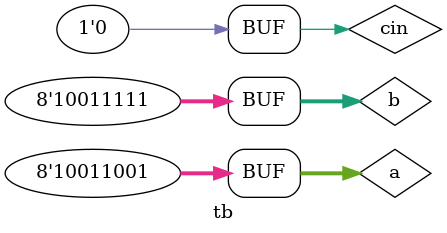
<source format=v>
module tb();
  parameter n=8;
  reg [n-1:0]a,b;
  reg cin;
  wire [n-1:0]s;
  wire c;
  adder u1(a,b,cin,s,c);
  initial
    begin
      #1;
      a=8'b10011001;
      b=8'b10011111;
      cin=1'b0;
    end
  initial
    begin
      $monitor("a=%01b,b=%01b,s=%0b,c=%0b",a,b,s,c);
    end
  initial
    begin
      $dumpfile("dump.vcd");
      $dumpvars(0,tb);
    end
endmodule

</source>
